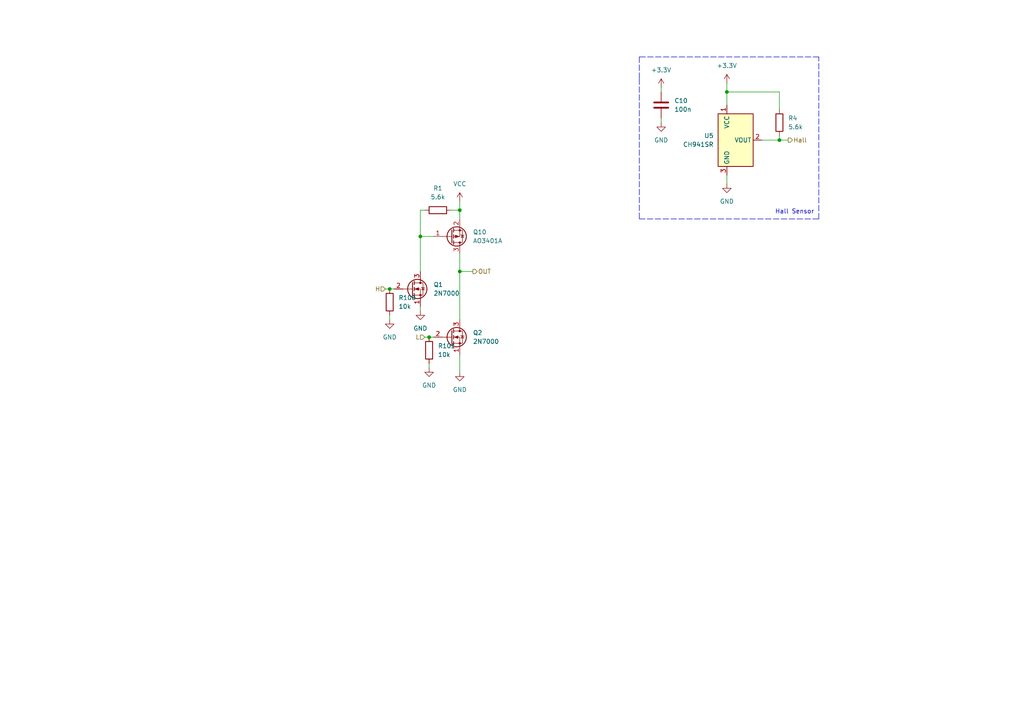
<source format=kicad_sch>
(kicad_sch (version 20211123) (generator eeschema)

  (uuid 310d071b-64c9-427f-b198-f743e517326b)

  (paper "A4")

  (lib_symbols
    (symbol "Device:C" (pin_numbers hide) (pin_names (offset 0.254)) (in_bom yes) (on_board yes)
      (property "Reference" "C" (id 0) (at 0.635 2.54 0)
        (effects (font (size 1.27 1.27)) (justify left))
      )
      (property "Value" "C" (id 1) (at 0.635 -2.54 0)
        (effects (font (size 1.27 1.27)) (justify left))
      )
      (property "Footprint" "" (id 2) (at 0.9652 -3.81 0)
        (effects (font (size 1.27 1.27)) hide)
      )
      (property "Datasheet" "~" (id 3) (at 0 0 0)
        (effects (font (size 1.27 1.27)) hide)
      )
      (property "ki_keywords" "cap capacitor" (id 4) (at 0 0 0)
        (effects (font (size 1.27 1.27)) hide)
      )
      (property "ki_description" "Unpolarized capacitor" (id 5) (at 0 0 0)
        (effects (font (size 1.27 1.27)) hide)
      )
      (property "ki_fp_filters" "C_*" (id 6) (at 0 0 0)
        (effects (font (size 1.27 1.27)) hide)
      )
      (symbol "C_0_1"
        (polyline
          (pts
            (xy -2.032 -0.762)
            (xy 2.032 -0.762)
          )
          (stroke (width 0.508) (type default) (color 0 0 0 0))
          (fill (type none))
        )
        (polyline
          (pts
            (xy -2.032 0.762)
            (xy 2.032 0.762)
          )
          (stroke (width 0.508) (type default) (color 0 0 0 0))
          (fill (type none))
        )
      )
      (symbol "C_1_1"
        (pin passive line (at 0 3.81 270) (length 2.794)
          (name "~" (effects (font (size 1.27 1.27))))
          (number "1" (effects (font (size 1.27 1.27))))
        )
        (pin passive line (at 0 -3.81 90) (length 2.794)
          (name "~" (effects (font (size 1.27 1.27))))
          (number "2" (effects (font (size 1.27 1.27))))
        )
      )
    )
    (symbol "Device:R" (pin_numbers hide) (pin_names (offset 0)) (in_bom yes) (on_board yes)
      (property "Reference" "R" (id 0) (at 2.032 0 90)
        (effects (font (size 1.27 1.27)))
      )
      (property "Value" "R" (id 1) (at 0 0 90)
        (effects (font (size 1.27 1.27)))
      )
      (property "Footprint" "" (id 2) (at -1.778 0 90)
        (effects (font (size 1.27 1.27)) hide)
      )
      (property "Datasheet" "~" (id 3) (at 0 0 0)
        (effects (font (size 1.27 1.27)) hide)
      )
      (property "ki_keywords" "R res resistor" (id 4) (at 0 0 0)
        (effects (font (size 1.27 1.27)) hide)
      )
      (property "ki_description" "Resistor" (id 5) (at 0 0 0)
        (effects (font (size 1.27 1.27)) hide)
      )
      (property "ki_fp_filters" "R_*" (id 6) (at 0 0 0)
        (effects (font (size 1.27 1.27)) hide)
      )
      (symbol "R_0_1"
        (rectangle (start -1.016 -2.54) (end 1.016 2.54)
          (stroke (width 0.254) (type default) (color 0 0 0 0))
          (fill (type none))
        )
      )
      (symbol "R_1_1"
        (pin passive line (at 0 3.81 270) (length 1.27)
          (name "~" (effects (font (size 1.27 1.27))))
          (number "1" (effects (font (size 1.27 1.27))))
        )
        (pin passive line (at 0 -3.81 90) (length 1.27)
          (name "~" (effects (font (size 1.27 1.27))))
          (number "2" (effects (font (size 1.27 1.27))))
        )
      )
    )
    (symbol "Sensor_Magnetic:A1101LLHL" (in_bom yes) (on_board yes)
      (property "Reference" "U" (id 0) (at 0 11.43 0)
        (effects (font (size 1.27 1.27)) (justify left))
      )
      (property "Value" "A1101LLHL" (id 1) (at 0 8.89 0)
        (effects (font (size 1.27 1.27)) (justify left))
      )
      (property "Footprint" "Package_TO_SOT_SMD:SOT-23W" (id 2) (at 0 -8.89 0)
        (effects (font (size 1.27 1.27) italic) (justify left) hide)
      )
      (property "Datasheet" "https://www.allegromicro.com/-/media/files/datasheets/a110x-datasheet.ashx" (id 3) (at 0 16.51 0)
        (effects (font (size 1.27 1.27)) hide)
      )
      (property "ki_keywords" "hall switch" (id 4) (at 0 0 0)
        (effects (font (size 1.27 1.27)) hide)
      )
      (property "ki_description" "Hall effect switch, unipolar, Bop=100G, Brp=45G, -40C to +125C, SOT-23W" (id 5) (at 0 0 0)
        (effects (font (size 1.27 1.27)) hide)
      )
      (property "ki_fp_filters" "SOT?23*" (id 6) (at 0 0 0)
        (effects (font (size 1.27 1.27)) hide)
      )
      (symbol "A1101LLHL_0_1"
        (rectangle (start -5.08 7.62) (end 5.08 -7.62)
          (stroke (width 0.254) (type default) (color 0 0 0 0))
          (fill (type background))
        )
      )
      (symbol "A1101LLHL_1_1"
        (pin power_in line (at -2.54 10.16 270) (length 2.54)
          (name "VCC" (effects (font (size 1.27 1.27))))
          (number "1" (effects (font (size 1.27 1.27))))
        )
        (pin open_collector line (at 7.62 0 180) (length 2.54)
          (name "VOUT" (effects (font (size 1.27 1.27))))
          (number "2" (effects (font (size 1.27 1.27))))
        )
        (pin power_in line (at -2.54 -10.16 90) (length 2.54)
          (name "GND" (effects (font (size 1.27 1.27))))
          (number "3" (effects (font (size 1.27 1.27))))
        )
      )
    )
    (symbol "Transistor_FET:2N7000" (pin_names hide) (in_bom yes) (on_board yes)
      (property "Reference" "Q" (id 0) (at 5.08 1.905 0)
        (effects (font (size 1.27 1.27)) (justify left))
      )
      (property "Value" "2N7000" (id 1) (at 5.08 0 0)
        (effects (font (size 1.27 1.27)) (justify left))
      )
      (property "Footprint" "Package_TO_SOT_THT:TO-92_Inline" (id 2) (at 5.08 -1.905 0)
        (effects (font (size 1.27 1.27) italic) (justify left) hide)
      )
      (property "Datasheet" "https://www.vishay.com/docs/70226/70226.pdf" (id 3) (at 0 0 0)
        (effects (font (size 1.27 1.27)) (justify left) hide)
      )
      (property "ki_keywords" "N-Channel MOSFET Logic-Level" (id 4) (at 0 0 0)
        (effects (font (size 1.27 1.27)) hide)
      )
      (property "ki_description" "0.2A Id, 200V Vds, N-Channel MOSFET, 2.6V Logic Level, TO-92" (id 5) (at 0 0 0)
        (effects (font (size 1.27 1.27)) hide)
      )
      (property "ki_fp_filters" "TO?92*" (id 6) (at 0 0 0)
        (effects (font (size 1.27 1.27)) hide)
      )
      (symbol "2N7000_0_1"
        (polyline
          (pts
            (xy 0.254 0)
            (xy -2.54 0)
          )
          (stroke (width 0) (type default) (color 0 0 0 0))
          (fill (type none))
        )
        (polyline
          (pts
            (xy 0.254 1.905)
            (xy 0.254 -1.905)
          )
          (stroke (width 0.254) (type default) (color 0 0 0 0))
          (fill (type none))
        )
        (polyline
          (pts
            (xy 0.762 -1.27)
            (xy 0.762 -2.286)
          )
          (stroke (width 0.254) (type default) (color 0 0 0 0))
          (fill (type none))
        )
        (polyline
          (pts
            (xy 0.762 0.508)
            (xy 0.762 -0.508)
          )
          (stroke (width 0.254) (type default) (color 0 0 0 0))
          (fill (type none))
        )
        (polyline
          (pts
            (xy 0.762 2.286)
            (xy 0.762 1.27)
          )
          (stroke (width 0.254) (type default) (color 0 0 0 0))
          (fill (type none))
        )
        (polyline
          (pts
            (xy 2.54 2.54)
            (xy 2.54 1.778)
          )
          (stroke (width 0) (type default) (color 0 0 0 0))
          (fill (type none))
        )
        (polyline
          (pts
            (xy 2.54 -2.54)
            (xy 2.54 0)
            (xy 0.762 0)
          )
          (stroke (width 0) (type default) (color 0 0 0 0))
          (fill (type none))
        )
        (polyline
          (pts
            (xy 0.762 -1.778)
            (xy 3.302 -1.778)
            (xy 3.302 1.778)
            (xy 0.762 1.778)
          )
          (stroke (width 0) (type default) (color 0 0 0 0))
          (fill (type none))
        )
        (polyline
          (pts
            (xy 1.016 0)
            (xy 2.032 0.381)
            (xy 2.032 -0.381)
            (xy 1.016 0)
          )
          (stroke (width 0) (type default) (color 0 0 0 0))
          (fill (type outline))
        )
        (polyline
          (pts
            (xy 2.794 0.508)
            (xy 2.921 0.381)
            (xy 3.683 0.381)
            (xy 3.81 0.254)
          )
          (stroke (width 0) (type default) (color 0 0 0 0))
          (fill (type none))
        )
        (polyline
          (pts
            (xy 3.302 0.381)
            (xy 2.921 -0.254)
            (xy 3.683 -0.254)
            (xy 3.302 0.381)
          )
          (stroke (width 0) (type default) (color 0 0 0 0))
          (fill (type none))
        )
        (circle (center 1.651 0) (radius 2.794)
          (stroke (width 0.254) (type default) (color 0 0 0 0))
          (fill (type none))
        )
        (circle (center 2.54 -1.778) (radius 0.254)
          (stroke (width 0) (type default) (color 0 0 0 0))
          (fill (type outline))
        )
        (circle (center 2.54 1.778) (radius 0.254)
          (stroke (width 0) (type default) (color 0 0 0 0))
          (fill (type outline))
        )
      )
      (symbol "2N7000_1_1"
        (pin passive line (at 2.54 -5.08 90) (length 2.54)
          (name "S" (effects (font (size 1.27 1.27))))
          (number "1" (effects (font (size 1.27 1.27))))
        )
        (pin input line (at -5.08 0 0) (length 2.54)
          (name "G" (effects (font (size 1.27 1.27))))
          (number "2" (effects (font (size 1.27 1.27))))
        )
        (pin passive line (at 2.54 5.08 270) (length 2.54)
          (name "D" (effects (font (size 1.27 1.27))))
          (number "3" (effects (font (size 1.27 1.27))))
        )
      )
    )
    (symbol "Transistor_FET:AO3401A" (pin_names hide) (in_bom yes) (on_board yes)
      (property "Reference" "Q" (id 0) (at 5.08 1.905 0)
        (effects (font (size 1.27 1.27)) (justify left))
      )
      (property "Value" "AO3401A" (id 1) (at 5.08 0 0)
        (effects (font (size 1.27 1.27)) (justify left))
      )
      (property "Footprint" "Package_TO_SOT_SMD:SOT-23" (id 2) (at 5.08 -1.905 0)
        (effects (font (size 1.27 1.27) italic) (justify left) hide)
      )
      (property "Datasheet" "http://www.aosmd.com/pdfs/datasheet/AO3401A.pdf" (id 3) (at 0 0 0)
        (effects (font (size 1.27 1.27)) (justify left) hide)
      )
      (property "ki_keywords" "P-Channel MOSFET" (id 4) (at 0 0 0)
        (effects (font (size 1.27 1.27)) hide)
      )
      (property "ki_description" "-4.0A Id, -30V Vds, P-Channel MOSFET, SOT-23" (id 5) (at 0 0 0)
        (effects (font (size 1.27 1.27)) hide)
      )
      (property "ki_fp_filters" "SOT?23*" (id 6) (at 0 0 0)
        (effects (font (size 1.27 1.27)) hide)
      )
      (symbol "AO3401A_0_1"
        (polyline
          (pts
            (xy 0.254 0)
            (xy -2.54 0)
          )
          (stroke (width 0) (type default) (color 0 0 0 0))
          (fill (type none))
        )
        (polyline
          (pts
            (xy 0.254 1.905)
            (xy 0.254 -1.905)
          )
          (stroke (width 0.254) (type default) (color 0 0 0 0))
          (fill (type none))
        )
        (polyline
          (pts
            (xy 0.762 -1.27)
            (xy 0.762 -2.286)
          )
          (stroke (width 0.254) (type default) (color 0 0 0 0))
          (fill (type none))
        )
        (polyline
          (pts
            (xy 0.762 0.508)
            (xy 0.762 -0.508)
          )
          (stroke (width 0.254) (type default) (color 0 0 0 0))
          (fill (type none))
        )
        (polyline
          (pts
            (xy 0.762 2.286)
            (xy 0.762 1.27)
          )
          (stroke (width 0.254) (type default) (color 0 0 0 0))
          (fill (type none))
        )
        (polyline
          (pts
            (xy 2.54 2.54)
            (xy 2.54 1.778)
          )
          (stroke (width 0) (type default) (color 0 0 0 0))
          (fill (type none))
        )
        (polyline
          (pts
            (xy 2.54 -2.54)
            (xy 2.54 0)
            (xy 0.762 0)
          )
          (stroke (width 0) (type default) (color 0 0 0 0))
          (fill (type none))
        )
        (polyline
          (pts
            (xy 0.762 1.778)
            (xy 3.302 1.778)
            (xy 3.302 -1.778)
            (xy 0.762 -1.778)
          )
          (stroke (width 0) (type default) (color 0 0 0 0))
          (fill (type none))
        )
        (polyline
          (pts
            (xy 2.286 0)
            (xy 1.27 0.381)
            (xy 1.27 -0.381)
            (xy 2.286 0)
          )
          (stroke (width 0) (type default) (color 0 0 0 0))
          (fill (type outline))
        )
        (polyline
          (pts
            (xy 2.794 -0.508)
            (xy 2.921 -0.381)
            (xy 3.683 -0.381)
            (xy 3.81 -0.254)
          )
          (stroke (width 0) (type default) (color 0 0 0 0))
          (fill (type none))
        )
        (polyline
          (pts
            (xy 3.302 -0.381)
            (xy 2.921 0.254)
            (xy 3.683 0.254)
            (xy 3.302 -0.381)
          )
          (stroke (width 0) (type default) (color 0 0 0 0))
          (fill (type none))
        )
        (circle (center 1.651 0) (radius 2.794)
          (stroke (width 0.254) (type default) (color 0 0 0 0))
          (fill (type none))
        )
        (circle (center 2.54 -1.778) (radius 0.254)
          (stroke (width 0) (type default) (color 0 0 0 0))
          (fill (type outline))
        )
        (circle (center 2.54 1.778) (radius 0.254)
          (stroke (width 0) (type default) (color 0 0 0 0))
          (fill (type outline))
        )
      )
      (symbol "AO3401A_1_1"
        (pin input line (at -5.08 0 0) (length 2.54)
          (name "G" (effects (font (size 1.27 1.27))))
          (number "1" (effects (font (size 1.27 1.27))))
        )
        (pin passive line (at 2.54 -5.08 90) (length 2.54)
          (name "S" (effects (font (size 1.27 1.27))))
          (number "2" (effects (font (size 1.27 1.27))))
        )
        (pin passive line (at 2.54 5.08 270) (length 2.54)
          (name "D" (effects (font (size 1.27 1.27))))
          (number "3" (effects (font (size 1.27 1.27))))
        )
      )
    )
    (symbol "power:+3.3V" (power) (pin_names (offset 0)) (in_bom yes) (on_board yes)
      (property "Reference" "#PWR" (id 0) (at 0 -3.81 0)
        (effects (font (size 1.27 1.27)) hide)
      )
      (property "Value" "+3.3V" (id 1) (at 0 3.556 0)
        (effects (font (size 1.27 1.27)))
      )
      (property "Footprint" "" (id 2) (at 0 0 0)
        (effects (font (size 1.27 1.27)) hide)
      )
      (property "Datasheet" "" (id 3) (at 0 0 0)
        (effects (font (size 1.27 1.27)) hide)
      )
      (property "ki_keywords" "power-flag" (id 4) (at 0 0 0)
        (effects (font (size 1.27 1.27)) hide)
      )
      (property "ki_description" "Power symbol creates a global label with name \"+3.3V\"" (id 5) (at 0 0 0)
        (effects (font (size 1.27 1.27)) hide)
      )
      (symbol "+3.3V_0_1"
        (polyline
          (pts
            (xy -0.762 1.27)
            (xy 0 2.54)
          )
          (stroke (width 0) (type default) (color 0 0 0 0))
          (fill (type none))
        )
        (polyline
          (pts
            (xy 0 0)
            (xy 0 2.54)
          )
          (stroke (width 0) (type default) (color 0 0 0 0))
          (fill (type none))
        )
        (polyline
          (pts
            (xy 0 2.54)
            (xy 0.762 1.27)
          )
          (stroke (width 0) (type default) (color 0 0 0 0))
          (fill (type none))
        )
      )
      (symbol "+3.3V_1_1"
        (pin power_in line (at 0 0 90) (length 0) hide
          (name "+3.3V" (effects (font (size 1.27 1.27))))
          (number "1" (effects (font (size 1.27 1.27))))
        )
      )
    )
    (symbol "power:GND" (power) (pin_names (offset 0)) (in_bom yes) (on_board yes)
      (property "Reference" "#PWR" (id 0) (at 0 -6.35 0)
        (effects (font (size 1.27 1.27)) hide)
      )
      (property "Value" "GND" (id 1) (at 0 -3.81 0)
        (effects (font (size 1.27 1.27)))
      )
      (property "Footprint" "" (id 2) (at 0 0 0)
        (effects (font (size 1.27 1.27)) hide)
      )
      (property "Datasheet" "" (id 3) (at 0 0 0)
        (effects (font (size 1.27 1.27)) hide)
      )
      (property "ki_keywords" "power-flag" (id 4) (at 0 0 0)
        (effects (font (size 1.27 1.27)) hide)
      )
      (property "ki_description" "Power symbol creates a global label with name \"GND\" , ground" (id 5) (at 0 0 0)
        (effects (font (size 1.27 1.27)) hide)
      )
      (symbol "GND_0_1"
        (polyline
          (pts
            (xy 0 0)
            (xy 0 -1.27)
            (xy 1.27 -1.27)
            (xy 0 -2.54)
            (xy -1.27 -1.27)
            (xy 0 -1.27)
          )
          (stroke (width 0) (type default) (color 0 0 0 0))
          (fill (type none))
        )
      )
      (symbol "GND_1_1"
        (pin power_in line (at 0 0 270) (length 0) hide
          (name "GND" (effects (font (size 1.27 1.27))))
          (number "1" (effects (font (size 1.27 1.27))))
        )
      )
    )
    (symbol "power:VCC" (power) (pin_names (offset 0)) (in_bom yes) (on_board yes)
      (property "Reference" "#PWR" (id 0) (at 0 -3.81 0)
        (effects (font (size 1.27 1.27)) hide)
      )
      (property "Value" "VCC" (id 1) (at 0 3.81 0)
        (effects (font (size 1.27 1.27)))
      )
      (property "Footprint" "" (id 2) (at 0 0 0)
        (effects (font (size 1.27 1.27)) hide)
      )
      (property "Datasheet" "" (id 3) (at 0 0 0)
        (effects (font (size 1.27 1.27)) hide)
      )
      (property "ki_keywords" "power-flag" (id 4) (at 0 0 0)
        (effects (font (size 1.27 1.27)) hide)
      )
      (property "ki_description" "Power symbol creates a global label with name \"VCC\"" (id 5) (at 0 0 0)
        (effects (font (size 1.27 1.27)) hide)
      )
      (symbol "VCC_0_1"
        (polyline
          (pts
            (xy -0.762 1.27)
            (xy 0 2.54)
          )
          (stroke (width 0) (type default) (color 0 0 0 0))
          (fill (type none))
        )
        (polyline
          (pts
            (xy 0 0)
            (xy 0 2.54)
          )
          (stroke (width 0) (type default) (color 0 0 0 0))
          (fill (type none))
        )
        (polyline
          (pts
            (xy 0 2.54)
            (xy 0.762 1.27)
          )
          (stroke (width 0) (type default) (color 0 0 0 0))
          (fill (type none))
        )
      )
      (symbol "VCC_1_1"
        (pin power_in line (at 0 0 90) (length 0) hide
          (name "VCC" (effects (font (size 1.27 1.27))))
          (number "1" (effects (font (size 1.27 1.27))))
        )
      )
    )
  )

  (junction (at 133.35 60.96) (diameter 0) (color 0 0 0 0)
    (uuid 0dd1356c-509e-4278-9448-3130b9df7bca)
  )
  (junction (at 113.03 83.82) (diameter 0) (color 0 0 0 0)
    (uuid 1b7b9079-e6b1-4f4d-b196-6c056ab816b7)
  )
  (junction (at 121.92 68.58) (diameter 0) (color 0 0 0 0)
    (uuid 36b0cf00-d432-4387-931b-623cde49ce54)
  )
  (junction (at 210.82 26.67) (diameter 0) (color 0 0 0 0)
    (uuid 648bb8fb-138c-44c4-b98e-b8eff873113a)
  )
  (junction (at 124.46 97.79) (diameter 0) (color 0 0 0 0)
    (uuid aaa4827a-5b43-4525-90bf-604e799f8192)
  )
  (junction (at 133.35 78.74) (diameter 0) (color 0 0 0 0)
    (uuid e438d3b6-fb8b-413c-a676-c6d0f0892ec3)
  )
  (junction (at 226.06 40.64) (diameter 0) (color 0 0 0 0)
    (uuid fe54b005-d427-4408-84df-ce311b75e0fb)
  )

  (wire (pts (xy 191.77 34.29) (xy 191.77 35.56))
    (stroke (width 0) (type default) (color 0 0 0 0))
    (uuid 032eca24-434a-474a-9d37-837cd6226950)
  )
  (wire (pts (xy 226.06 26.67) (xy 226.06 31.75))
    (stroke (width 0) (type default) (color 0 0 0 0))
    (uuid 047532cd-ceb5-4c53-8097-686f513faf37)
  )
  (wire (pts (xy 124.46 105.41) (xy 124.46 106.68))
    (stroke (width 0) (type default) (color 0 0 0 0))
    (uuid 047adfaf-0936-47b6-b383-9268819411d9)
  )
  (wire (pts (xy 133.35 73.66) (xy 133.35 78.74))
    (stroke (width 0) (type default) (color 0 0 0 0))
    (uuid 0f155521-28d2-4825-ba12-1d2ca1e98f7e)
  )
  (wire (pts (xy 130.81 60.96) (xy 133.35 60.96))
    (stroke (width 0) (type default) (color 0 0 0 0))
    (uuid 0f5d546e-a10b-47f4-b89d-0bdda2d55356)
  )
  (wire (pts (xy 123.19 60.96) (xy 121.92 60.96))
    (stroke (width 0) (type default) (color 0 0 0 0))
    (uuid 11c05e98-ff7d-4136-b8c0-e0f8d7d78511)
  )
  (wire (pts (xy 210.82 30.48) (xy 210.82 26.67))
    (stroke (width 0) (type default) (color 0 0 0 0))
    (uuid 18747736-48d1-4efe-a7a4-a0b288a52692)
  )
  (wire (pts (xy 133.35 60.96) (xy 133.35 63.5))
    (stroke (width 0) (type default) (color 0 0 0 0))
    (uuid 22db041f-8583-44ef-b1ca-9a26a9853035)
  )
  (wire (pts (xy 133.35 78.74) (xy 133.35 92.71))
    (stroke (width 0) (type default) (color 0 0 0 0))
    (uuid 234bf161-f08e-4ca7-a843-97ffdccb0e3a)
  )
  (wire (pts (xy 226.06 39.37) (xy 226.06 40.64))
    (stroke (width 0) (type default) (color 0 0 0 0))
    (uuid 261c2b0e-e74d-46df-9024-10bfd424d610)
  )
  (wire (pts (xy 121.92 88.9) (xy 121.92 90.17))
    (stroke (width 0) (type default) (color 0 0 0 0))
    (uuid 2ab8cc7c-fd1a-409d-b72a-d3d5fffe7d04)
  )
  (polyline (pts (xy 237.49 16.51) (xy 185.42 16.51))
    (stroke (width 0) (type default) (color 0 0 0 0))
    (uuid 3626ed2d-ddca-4c99-a63b-51d052567565)
  )

  (wire (pts (xy 133.35 58.42) (xy 133.35 60.96))
    (stroke (width 0) (type default) (color 0 0 0 0))
    (uuid 422774c2-86a3-4a54-b62e-a0217ccefc8a)
  )
  (wire (pts (xy 121.92 68.58) (xy 125.73 68.58))
    (stroke (width 0) (type default) (color 0 0 0 0))
    (uuid 45ed8e92-1d0e-4b36-aeff-b1e030c95d92)
  )
  (polyline (pts (xy 237.49 63.5) (xy 237.49 16.51))
    (stroke (width 0) (type default) (color 0 0 0 0))
    (uuid 46b502ba-0cb3-4056-84ab-c198b94ccf41)
  )

  (wire (pts (xy 210.82 24.13) (xy 210.82 26.67))
    (stroke (width 0) (type default) (color 0 0 0 0))
    (uuid 4eab1210-ebd8-4de7-a8d5-a576753c74f1)
  )
  (wire (pts (xy 133.35 102.87) (xy 133.35 107.95))
    (stroke (width 0) (type default) (color 0 0 0 0))
    (uuid 559343fa-0710-419c-94d4-fab1ebcd5219)
  )
  (wire (pts (xy 133.35 78.74) (xy 137.16 78.74))
    (stroke (width 0) (type default) (color 0 0 0 0))
    (uuid 5ae3a20d-895e-4c80-aa4e-35359547ab5f)
  )
  (polyline (pts (xy 185.42 22.86) (xy 185.42 63.5))
    (stroke (width 0) (type default) (color 0 0 0 0))
    (uuid 5b1d1b89-49d0-4fea-98c0-6f1a84c2ffbb)
  )

  (wire (pts (xy 210.82 26.67) (xy 226.06 26.67))
    (stroke (width 0) (type default) (color 0 0 0 0))
    (uuid 691928e4-d09d-4170-9123-d4f5f35c52a6)
  )
  (wire (pts (xy 123.19 97.79) (xy 124.46 97.79))
    (stroke (width 0) (type default) (color 0 0 0 0))
    (uuid 69d69592-0603-4e61-bcd2-3df03edba611)
  )
  (wire (pts (xy 113.03 83.82) (xy 114.3 83.82))
    (stroke (width 0) (type default) (color 0 0 0 0))
    (uuid 8e1c882b-42dc-4f9f-b1db-eb51736bf544)
  )
  (polyline (pts (xy 185.42 63.5) (xy 237.49 63.5))
    (stroke (width 0) (type default) (color 0 0 0 0))
    (uuid 90082d5d-3951-4d5d-8ad2-602ad0139237)
  )

  (wire (pts (xy 226.06 40.64) (xy 228.6 40.64))
    (stroke (width 0) (type default) (color 0 0 0 0))
    (uuid 927a5ef3-3570-440f-aad8-014c278c0f36)
  )
  (wire (pts (xy 121.92 60.96) (xy 121.92 68.58))
    (stroke (width 0) (type default) (color 0 0 0 0))
    (uuid 92bd5877-1133-4b77-8ce5-fc9c37368d56)
  )
  (wire (pts (xy 111.76 83.82) (xy 113.03 83.82))
    (stroke (width 0) (type default) (color 0 0 0 0))
    (uuid a7f6e1ea-eaa1-4929-ac04-a1052e6a4a05)
  )
  (wire (pts (xy 191.77 25.4) (xy 191.77 26.67))
    (stroke (width 0) (type default) (color 0 0 0 0))
    (uuid b710a3a3-d9e1-4c00-9868-aa73268e9a7d)
  )
  (polyline (pts (xy 185.42 16.51) (xy 185.42 22.86))
    (stroke (width 0) (type default) (color 0 0 0 0))
    (uuid bb997646-d7a7-471d-b715-322751d74e88)
  )

  (wire (pts (xy 226.06 40.64) (xy 220.98 40.64))
    (stroke (width 0) (type default) (color 0 0 0 0))
    (uuid d1d0f032-0898-495e-8b5b-feb558c4089a)
  )
  (wire (pts (xy 113.03 91.44) (xy 113.03 92.71))
    (stroke (width 0) (type default) (color 0 0 0 0))
    (uuid ddb82cb1-df01-40dc-b9f8-431937bc9997)
  )
  (wire (pts (xy 121.92 68.58) (xy 121.92 78.74))
    (stroke (width 0) (type default) (color 0 0 0 0))
    (uuid e2e3c2ec-e728-46bb-a03e-4c03e8167443)
  )
  (wire (pts (xy 124.46 97.79) (xy 125.73 97.79))
    (stroke (width 0) (type default) (color 0 0 0 0))
    (uuid e96d7262-19da-4dd9-885e-c06b2e4badf6)
  )
  (wire (pts (xy 210.82 50.8) (xy 210.82 53.34))
    (stroke (width 0) (type default) (color 0 0 0 0))
    (uuid f7d0760b-0f87-4f46-bc27-52371a27cba5)
  )

  (text "Hall Sensor" (at 224.79 62.23 0)
    (effects (font (size 1.27 1.27)) (justify left bottom))
    (uuid 67f8105f-5430-4550-b3c7-d792a19e7d66)
  )

  (hierarchical_label "OUT" (shape output) (at 137.16 78.74 0)
    (effects (font (size 1.27 1.27)) (justify left))
    (uuid 457d95a3-b836-4545-a16c-9a038d170f5c)
  )
  (hierarchical_label "Hall" (shape output) (at 228.6 40.64 0)
    (effects (font (size 1.27 1.27)) (justify left))
    (uuid 8e9a636a-9061-4571-8bae-c46b613ef33d)
  )
  (hierarchical_label "H" (shape input) (at 111.76 83.82 180)
    (effects (font (size 1.27 1.27)) (justify right))
    (uuid 9e2e9fec-891d-4f40-a8ab-7953cbfe229d)
  )
  (hierarchical_label "L" (shape input) (at 123.19 97.79 180)
    (effects (font (size 1.27 1.27)) (justify right))
    (uuid f537202d-492f-4dac-b1a0-6c4efb7ec27e)
  )

  (symbol (lib_id "power:GND") (at 121.92 90.17 0) (unit 1)
    (in_bom yes) (on_board yes) (fields_autoplaced)
    (uuid 1974ef06-fee4-4ec1-8cf6-19bfae8f66ad)
    (property "Reference" "#PWR025" (id 0) (at 121.92 96.52 0)
      (effects (font (size 1.27 1.27)) hide)
    )
    (property "Value" "GND" (id 1) (at 121.92 95.25 0))
    (property "Footprint" "" (id 2) (at 121.92 90.17 0)
      (effects (font (size 1.27 1.27)) hide)
    )
    (property "Datasheet" "" (id 3) (at 121.92 90.17 0)
      (effects (font (size 1.27 1.27)) hide)
    )
    (pin "1" (uuid f47d0382-eb15-4733-af7d-0bca883863c3))
  )

  (symbol (lib_id "power:GND") (at 210.82 53.34 0) (unit 1)
    (in_bom yes) (on_board yes) (fields_autoplaced)
    (uuid 3ddeae77-7df6-4a36-b91b-f354a2222616)
    (property "Reference" "#PWR032" (id 0) (at 210.82 59.69 0)
      (effects (font (size 1.27 1.27)) hide)
    )
    (property "Value" "GND" (id 1) (at 210.82 58.42 0))
    (property "Footprint" "" (id 2) (at 210.82 53.34 0)
      (effects (font (size 1.27 1.27)) hide)
    )
    (property "Datasheet" "" (id 3) (at 210.82 53.34 0)
      (effects (font (size 1.27 1.27)) hide)
    )
    (pin "1" (uuid 013d5441-f314-4d11-933a-3ca8f0c31862))
  )

  (symbol (lib_id "Device:R") (at 113.03 87.63 180) (unit 1)
    (in_bom yes) (on_board yes) (fields_autoplaced)
    (uuid 4424adad-14dc-4c38-85ce-88c1d9e9d216)
    (property "Reference" "R100" (id 0) (at 115.57 86.3599 0)
      (effects (font (size 1.27 1.27)) (justify right))
    )
    (property "Value" "10k" (id 1) (at 115.57 88.8999 0)
      (effects (font (size 1.27 1.27)) (justify right))
    )
    (property "Footprint" "Resistor_SMD:R_0603_1608Metric" (id 2) (at 114.808 87.63 90)
      (effects (font (size 1.27 1.27)) hide)
    )
    (property "Datasheet" "~" (id 3) (at 113.03 87.63 0)
      (effects (font (size 1.27 1.27)) hide)
    )
    (pin "1" (uuid 20b20196-47fc-43de-9a55-85628e400b90))
    (pin "2" (uuid cccb85b8-becf-46ba-bc45-440e1fdf5fb9))
  )

  (symbol (lib_id "Sensor_Magnetic:A1101LLHL") (at 213.36 40.64 0) (unit 1)
    (in_bom yes) (on_board yes) (fields_autoplaced)
    (uuid 4b39c5c5-8d14-4592-8c91-1675892339ab)
    (property "Reference" "U5" (id 0) (at 207.01 39.3699 0)
      (effects (font (size 1.27 1.27)) (justify right))
    )
    (property "Value" "CH941SR" (id 1) (at 207.01 41.9099 0)
      (effects (font (size 1.27 1.27)) (justify right))
    )
    (property "Footprint" "Package_TO_SOT_SMD:SOT-23W" (id 2) (at 213.36 49.53 0)
      (effects (font (size 1.27 1.27) italic) (justify left) hide)
    )
    (property "Datasheet" "https://www.allegromicro.com/-/media/files/datasheets/a110x-datasheet.ashx" (id 3) (at 213.36 24.13 0)
      (effects (font (size 1.27 1.27)) hide)
    )
    (pin "1" (uuid ea725107-6131-4bb5-91d5-1a7c3a51804f))
    (pin "2" (uuid bf00d29f-545a-46b5-9ab3-716b85d66ae5))
    (pin "3" (uuid d2677663-205f-4e51-89ac-d6ee0e3502ba))
  )

  (symbol (lib_id "Device:R") (at 124.46 101.6 180) (unit 1)
    (in_bom yes) (on_board yes) (fields_autoplaced)
    (uuid 53d945c8-95d3-40bc-94ca-43d68bb0d1a1)
    (property "Reference" "R101" (id 0) (at 127 100.3299 0)
      (effects (font (size 1.27 1.27)) (justify right))
    )
    (property "Value" "10k" (id 1) (at 127 102.8699 0)
      (effects (font (size 1.27 1.27)) (justify right))
    )
    (property "Footprint" "Resistor_SMD:R_0603_1608Metric" (id 2) (at 126.238 101.6 90)
      (effects (font (size 1.27 1.27)) hide)
    )
    (property "Datasheet" "~" (id 3) (at 124.46 101.6 0)
      (effects (font (size 1.27 1.27)) hide)
    )
    (pin "1" (uuid c6e3556f-313a-4e70-88d8-fa2cdb9cb212))
    (pin "2" (uuid 9988dafa-b7f4-4a71-9533-1cbcf0ad72cd))
  )

  (symbol (lib_id "Transistor_FET:AO3401A") (at 130.81 68.58 0) (mirror x) (unit 1)
    (in_bom yes) (on_board yes) (fields_autoplaced)
    (uuid 5acd5621-2b17-4c36-b236-921c28337096)
    (property "Reference" "Q10" (id 0) (at 137.16 67.3099 0)
      (effects (font (size 1.27 1.27)) (justify left))
    )
    (property "Value" "AO3401A" (id 1) (at 137.16 69.8499 0)
      (effects (font (size 1.27 1.27)) (justify left))
    )
    (property "Footprint" "Package_TO_SOT_SMD:SOT-23" (id 2) (at 135.89 66.675 0)
      (effects (font (size 1.27 1.27) italic) (justify left) hide)
    )
    (property "Datasheet" "http://www.aosmd.com/pdfs/datasheet/AO3401A.pdf" (id 3) (at 130.81 68.58 0)
      (effects (font (size 1.27 1.27)) (justify left) hide)
    )
    (pin "1" (uuid 43dfca3a-1751-402b-9811-5b53ee56ed35))
    (pin "2" (uuid ad734d5e-e4e2-422b-91d2-8e3d13112ccb))
    (pin "3" (uuid 7c019a73-e5ef-47f7-9136-b470aea90ff8))
  )

  (symbol (lib_id "Transistor_FET:2N7000") (at 130.81 97.79 0) (unit 1)
    (in_bom yes) (on_board yes) (fields_autoplaced)
    (uuid 62c597c1-02fa-40ed-9f80-f18052247b5a)
    (property "Reference" "Q2" (id 0) (at 137.16 96.5199 0)
      (effects (font (size 1.27 1.27)) (justify left))
    )
    (property "Value" "2N7000" (id 1) (at 137.16 99.0599 0)
      (effects (font (size 1.27 1.27)) (justify left))
    )
    (property "Footprint" "Sciencedays:TO-92" (id 2) (at 135.89 99.695 0)
      (effects (font (size 1.27 1.27) italic) (justify left) hide)
    )
    (property "Datasheet" "https://www.vishay.com/docs/70226/70226.pdf" (id 3) (at 130.81 97.79 0)
      (effects (font (size 1.27 1.27)) (justify left) hide)
    )
    (pin "1" (uuid 252f7a40-20f7-4971-9a43-026cda87696d))
    (pin "2" (uuid 3de55c32-96e5-4a2b-ab78-4b0c13648a5f))
    (pin "3" (uuid f933d8e1-27a1-489a-9b45-bbdd7590f491))
  )

  (symbol (lib_id "power:GND") (at 113.03 92.71 0) (unit 1)
    (in_bom yes) (on_board yes) (fields_autoplaced)
    (uuid 699e9c2d-16fc-423f-b8a4-b96dce5a1ff9)
    (property "Reference" "#PWR024" (id 0) (at 113.03 99.06 0)
      (effects (font (size 1.27 1.27)) hide)
    )
    (property "Value" "GND" (id 1) (at 113.03 97.79 0))
    (property "Footprint" "" (id 2) (at 113.03 92.71 0)
      (effects (font (size 1.27 1.27)) hide)
    )
    (property "Datasheet" "" (id 3) (at 113.03 92.71 0)
      (effects (font (size 1.27 1.27)) hide)
    )
    (pin "1" (uuid 41675d9a-6929-4c30-b5fd-ca914a6ab05a))
  )

  (symbol (lib_id "power:+3.3V") (at 191.77 25.4 0) (unit 1)
    (in_bom yes) (on_board yes) (fields_autoplaced)
    (uuid 79a67f0f-bf45-4109-861e-d7f09eb826c0)
    (property "Reference" "#PWR029" (id 0) (at 191.77 29.21 0)
      (effects (font (size 1.27 1.27)) hide)
    )
    (property "Value" "+3.3V" (id 1) (at 191.77 20.32 0))
    (property "Footprint" "" (id 2) (at 191.77 25.4 0)
      (effects (font (size 1.27 1.27)) hide)
    )
    (property "Datasheet" "" (id 3) (at 191.77 25.4 0)
      (effects (font (size 1.27 1.27)) hide)
    )
    (pin "1" (uuid f392b538-54e3-44e6-bc10-2a569321c014))
  )

  (symbol (lib_id "Device:C") (at 191.77 30.48 0) (unit 1)
    (in_bom yes) (on_board yes) (fields_autoplaced)
    (uuid 8d99f3b8-77af-42dc-b3dc-53ce9bcefb26)
    (property "Reference" "C10" (id 0) (at 195.58 29.2099 0)
      (effects (font (size 1.27 1.27)) (justify left))
    )
    (property "Value" "100n" (id 1) (at 195.58 31.7499 0)
      (effects (font (size 1.27 1.27)) (justify left))
    )
    (property "Footprint" "Capacitor_SMD:C_0603_1608Metric_Pad1.08x0.95mm_HandSolder" (id 2) (at 192.7352 34.29 0)
      (effects (font (size 1.27 1.27)) hide)
    )
    (property "Datasheet" "~" (id 3) (at 191.77 30.48 0)
      (effects (font (size 1.27 1.27)) hide)
    )
    (pin "1" (uuid 03d32f77-e5f1-4d18-b940-a59f5e506f8b))
    (pin "2" (uuid e49dd947-b4d3-4aa9-bec4-50b05e3fd953))
  )

  (symbol (lib_id "power:+3.3V") (at 210.82 24.13 0) (unit 1)
    (in_bom yes) (on_board yes) (fields_autoplaced)
    (uuid a54ceaba-c519-4b15-b100-246f99eae81d)
    (property "Reference" "#PWR031" (id 0) (at 210.82 27.94 0)
      (effects (font (size 1.27 1.27)) hide)
    )
    (property "Value" "+3.3V" (id 1) (at 210.82 19.05 0))
    (property "Footprint" "" (id 2) (at 210.82 24.13 0)
      (effects (font (size 1.27 1.27)) hide)
    )
    (property "Datasheet" "" (id 3) (at 210.82 24.13 0)
      (effects (font (size 1.27 1.27)) hide)
    )
    (pin "1" (uuid adcf68d4-851e-4758-88b1-f426fde133dd))
  )

  (symbol (lib_id "power:GND") (at 133.35 107.95 0) (unit 1)
    (in_bom yes) (on_board yes) (fields_autoplaced)
    (uuid a5d20929-a94a-42b8-8435-4765dc1176c3)
    (property "Reference" "#PWR028" (id 0) (at 133.35 114.3 0)
      (effects (font (size 1.27 1.27)) hide)
    )
    (property "Value" "GND" (id 1) (at 133.35 113.03 0))
    (property "Footprint" "" (id 2) (at 133.35 107.95 0)
      (effects (font (size 1.27 1.27)) hide)
    )
    (property "Datasheet" "" (id 3) (at 133.35 107.95 0)
      (effects (font (size 1.27 1.27)) hide)
    )
    (pin "1" (uuid 0fcd1b8e-267e-4325-a72c-ede9f843e85d))
  )

  (symbol (lib_id "power:VCC") (at 133.35 58.42 0) (unit 1)
    (in_bom yes) (on_board yes) (fields_autoplaced)
    (uuid ac934aca-c09d-4280-9d46-6071bb722cb3)
    (property "Reference" "#PWR027" (id 0) (at 133.35 62.23 0)
      (effects (font (size 1.27 1.27)) hide)
    )
    (property "Value" "VCC" (id 1) (at 133.35 53.34 0))
    (property "Footprint" "" (id 2) (at 133.35 58.42 0)
      (effects (font (size 1.27 1.27)) hide)
    )
    (property "Datasheet" "" (id 3) (at 133.35 58.42 0)
      (effects (font (size 1.27 1.27)) hide)
    )
    (pin "1" (uuid dd2e282b-0a25-4035-b55e-85f493a2d2fa))
  )

  (symbol (lib_id "power:GND") (at 124.46 106.68 0) (unit 1)
    (in_bom yes) (on_board yes) (fields_autoplaced)
    (uuid ad1d3f83-8c6b-4ac3-a616-bd18b42b7287)
    (property "Reference" "#PWR026" (id 0) (at 124.46 113.03 0)
      (effects (font (size 1.27 1.27)) hide)
    )
    (property "Value" "GND" (id 1) (at 124.46 111.76 0))
    (property "Footprint" "" (id 2) (at 124.46 106.68 0)
      (effects (font (size 1.27 1.27)) hide)
    )
    (property "Datasheet" "" (id 3) (at 124.46 106.68 0)
      (effects (font (size 1.27 1.27)) hide)
    )
    (pin "1" (uuid c4381ec1-c51e-4196-994a-07b73bf130d6))
  )

  (symbol (lib_id "Transistor_FET:2N7000") (at 119.38 83.82 0) (unit 1)
    (in_bom yes) (on_board yes) (fields_autoplaced)
    (uuid c10b1ab3-55ff-4750-832d-e603f38a00b7)
    (property "Reference" "Q1" (id 0) (at 125.73 82.5499 0)
      (effects (font (size 1.27 1.27)) (justify left))
    )
    (property "Value" "2N7000" (id 1) (at 125.73 85.0899 0)
      (effects (font (size 1.27 1.27)) (justify left))
    )
    (property "Footprint" "Sciencedays:TO-92" (id 2) (at 124.46 85.725 0)
      (effects (font (size 1.27 1.27) italic) (justify left) hide)
    )
    (property "Datasheet" "https://www.vishay.com/docs/70226/70226.pdf" (id 3) (at 119.38 83.82 0)
      (effects (font (size 1.27 1.27)) (justify left) hide)
    )
    (pin "1" (uuid b53ea495-0ea4-43c0-907c-a758467a9add))
    (pin "2" (uuid c306470c-e35d-4ecf-b8c4-26297e2937ce))
    (pin "3" (uuid fb9033f0-e7ec-49f1-baa4-491b1a432ffa))
  )

  (symbol (lib_id "Device:R") (at 226.06 35.56 0) (unit 1)
    (in_bom yes) (on_board yes) (fields_autoplaced)
    (uuid dfc73797-ad26-4c99-8897-7fdffb824196)
    (property "Reference" "R4" (id 0) (at 228.6 34.2899 0)
      (effects (font (size 1.27 1.27)) (justify left))
    )
    (property "Value" "5.6k" (id 1) (at 228.6 36.8299 0)
      (effects (font (size 1.27 1.27)) (justify left))
    )
    (property "Footprint" "Sciencedays:R_Axial_DIN0207_L6.3mm_D2.5mm_P12.5mm_Horizontal" (id 2) (at 224.282 35.56 90)
      (effects (font (size 1.27 1.27)) hide)
    )
    (property "Datasheet" "~" (id 3) (at 226.06 35.56 0)
      (effects (font (size 1.27 1.27)) hide)
    )
    (pin "1" (uuid 4c9325be-7398-421e-8b5e-22b87c9b8a5c))
    (pin "2" (uuid 380c6c57-2ec6-46d6-a208-60b4fcb7c2f8))
  )

  (symbol (lib_id "Device:R") (at 127 60.96 90) (unit 1)
    (in_bom yes) (on_board yes) (fields_autoplaced)
    (uuid e7e48bd2-b0ee-42c0-96da-e06c45a06354)
    (property "Reference" "R1" (id 0) (at 127 54.61 90))
    (property "Value" "5.6k" (id 1) (at 127 57.15 90))
    (property "Footprint" "Sciencedays:R_Axial_DIN0207_L6.3mm_D2.5mm_P12.5mm_Horizontal" (id 2) (at 127 62.738 90)
      (effects (font (size 1.27 1.27)) hide)
    )
    (property "Datasheet" "~" (id 3) (at 127 60.96 0)
      (effects (font (size 1.27 1.27)) hide)
    )
    (pin "1" (uuid 2c9fd4d8-eede-43d2-8531-861eef73cf8e))
    (pin "2" (uuid dbb4122d-17b9-4d69-869f-8fbbee5c1aaa))
  )

  (symbol (lib_id "power:GND") (at 191.77 35.56 0) (unit 1)
    (in_bom yes) (on_board yes) (fields_autoplaced)
    (uuid fb6ae7b0-aa7d-486b-bb5c-96a07c3773dc)
    (property "Reference" "#PWR030" (id 0) (at 191.77 41.91 0)
      (effects (font (size 1.27 1.27)) hide)
    )
    (property "Value" "GND" (id 1) (at 191.77 40.64 0))
    (property "Footprint" "" (id 2) (at 191.77 35.56 0)
      (effects (font (size 1.27 1.27)) hide)
    )
    (property "Datasheet" "" (id 3) (at 191.77 35.56 0)
      (effects (font (size 1.27 1.27)) hide)
    )
    (pin "1" (uuid 30927bd8-5b93-4248-9301-9ea0ef71c6c7))
  )
)

</source>
